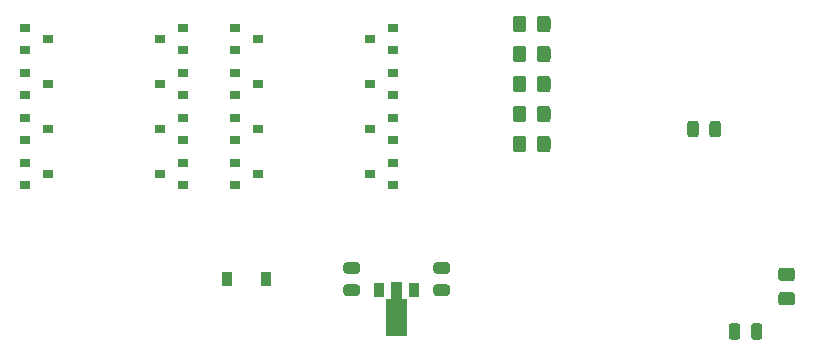
<source format=gbr>
%TF.GenerationSoftware,KiCad,Pcbnew,(5.1.6-0-10_14)*%
%TF.CreationDate,2020-11-11T01:37:45-06:00*%
%TF.ProjectId,kbxLEDController-16ch,6b62784c-4544-4436-9f6e-74726f6c6c65,rev?*%
%TF.SameCoordinates,Original*%
%TF.FileFunction,Paste,Bot*%
%TF.FilePolarity,Positive*%
%FSLAX46Y46*%
G04 Gerber Fmt 4.6, Leading zero omitted, Abs format (unit mm)*
G04 Created by KiCad (PCBNEW (5.1.6-0-10_14)) date 2020-11-11 01:37:45*
%MOMM*%
%LPD*%
G01*
G04 APERTURE LIST*
%ADD10C,0.100000*%
%ADD11R,0.900000X1.300000*%
%ADD12R,0.900000X0.800000*%
%ADD13R,0.900000X1.200000*%
G04 APERTURE END LIST*
D10*
%TO.C,U2*%
G36*
X129308500Y-104535000D02*
G01*
X129308500Y-101410000D01*
X129725000Y-101410000D01*
X129725000Y-99935000D01*
X130625000Y-99935000D01*
X130625000Y-101410000D01*
X131041500Y-101410000D01*
X131041500Y-104535000D01*
X129308500Y-104535000D01*
G37*
D11*
X131675000Y-100585000D03*
X128675000Y-100585000D03*
%TD*%
%TO.C,C8*%
G36*
G01*
X159267500Y-103683750D02*
X159267500Y-104596250D01*
G75*
G02*
X159023750Y-104840000I-243750J0D01*
G01*
X158536250Y-104840000D01*
G75*
G02*
X158292500Y-104596250I0J243750D01*
G01*
X158292500Y-103683750D01*
G75*
G02*
X158536250Y-103440000I243750J0D01*
G01*
X159023750Y-103440000D01*
G75*
G02*
X159267500Y-103683750I0J-243750D01*
G01*
G37*
G36*
G01*
X161142500Y-103683750D02*
X161142500Y-104596250D01*
G75*
G02*
X160898750Y-104840000I-243750J0D01*
G01*
X160411250Y-104840000D01*
G75*
G02*
X160167500Y-104596250I0J243750D01*
G01*
X160167500Y-103683750D01*
G75*
G02*
X160411250Y-103440000I243750J0D01*
G01*
X160898750Y-103440000D01*
G75*
G02*
X161142500Y-103683750I0J-243750D01*
G01*
G37*
%TD*%
%TO.C,R5*%
G36*
G01*
X163645001Y-101930000D02*
X162744999Y-101930000D01*
G75*
G02*
X162495000Y-101680001I0J249999D01*
G01*
X162495000Y-101029999D01*
G75*
G02*
X162744999Y-100780000I249999J0D01*
G01*
X163645001Y-100780000D01*
G75*
G02*
X163895000Y-101029999I0J-249999D01*
G01*
X163895000Y-101680001D01*
G75*
G02*
X163645001Y-101930000I-249999J0D01*
G01*
G37*
G36*
G01*
X163645001Y-99880000D02*
X162744999Y-99880000D01*
G75*
G02*
X162495000Y-99630001I0J249999D01*
G01*
X162495000Y-98979999D01*
G75*
G02*
X162744999Y-98730000I249999J0D01*
G01*
X163645001Y-98730000D01*
G75*
G02*
X163895000Y-98979999I0J-249999D01*
G01*
X163895000Y-99630001D01*
G75*
G02*
X163645001Y-99880000I-249999J0D01*
G01*
G37*
%TD*%
%TO.C,R9*%
G36*
G01*
X142055000Y-83635001D02*
X142055000Y-82734999D01*
G75*
G02*
X142304999Y-82485000I249999J0D01*
G01*
X142955001Y-82485000D01*
G75*
G02*
X143205000Y-82734999I0J-249999D01*
G01*
X143205000Y-83635001D01*
G75*
G02*
X142955001Y-83885000I-249999J0D01*
G01*
X142304999Y-83885000D01*
G75*
G02*
X142055000Y-83635001I0J249999D01*
G01*
G37*
G36*
G01*
X140005000Y-83635001D02*
X140005000Y-82734999D01*
G75*
G02*
X140254999Y-82485000I249999J0D01*
G01*
X140905001Y-82485000D01*
G75*
G02*
X141155000Y-82734999I0J-249999D01*
G01*
X141155000Y-83635001D01*
G75*
G02*
X140905001Y-83885000I-249999J0D01*
G01*
X140254999Y-83885000D01*
G75*
G02*
X140005000Y-83635001I0J249999D01*
G01*
G37*
%TD*%
%TO.C,R8*%
G36*
G01*
X142055000Y-81095001D02*
X142055000Y-80194999D01*
G75*
G02*
X142304999Y-79945000I249999J0D01*
G01*
X142955001Y-79945000D01*
G75*
G02*
X143205000Y-80194999I0J-249999D01*
G01*
X143205000Y-81095001D01*
G75*
G02*
X142955001Y-81345000I-249999J0D01*
G01*
X142304999Y-81345000D01*
G75*
G02*
X142055000Y-81095001I0J249999D01*
G01*
G37*
G36*
G01*
X140005000Y-81095001D02*
X140005000Y-80194999D01*
G75*
G02*
X140254999Y-79945000I249999J0D01*
G01*
X140905001Y-79945000D01*
G75*
G02*
X141155000Y-80194999I0J-249999D01*
G01*
X141155000Y-81095001D01*
G75*
G02*
X140905001Y-81345000I-249999J0D01*
G01*
X140254999Y-81345000D01*
G75*
G02*
X140005000Y-81095001I0J249999D01*
G01*
G37*
%TD*%
%TO.C,R7*%
G36*
G01*
X142055000Y-88715001D02*
X142055000Y-87814999D01*
G75*
G02*
X142304999Y-87565000I249999J0D01*
G01*
X142955001Y-87565000D01*
G75*
G02*
X143205000Y-87814999I0J-249999D01*
G01*
X143205000Y-88715001D01*
G75*
G02*
X142955001Y-88965000I-249999J0D01*
G01*
X142304999Y-88965000D01*
G75*
G02*
X142055000Y-88715001I0J249999D01*
G01*
G37*
G36*
G01*
X140005000Y-88715001D02*
X140005000Y-87814999D01*
G75*
G02*
X140254999Y-87565000I249999J0D01*
G01*
X140905001Y-87565000D01*
G75*
G02*
X141155000Y-87814999I0J-249999D01*
G01*
X141155000Y-88715001D01*
G75*
G02*
X140905001Y-88965000I-249999J0D01*
G01*
X140254999Y-88965000D01*
G75*
G02*
X140005000Y-88715001I0J249999D01*
G01*
G37*
%TD*%
%TO.C,R6*%
G36*
G01*
X142055000Y-86175001D02*
X142055000Y-85274999D01*
G75*
G02*
X142304999Y-85025000I249999J0D01*
G01*
X142955001Y-85025000D01*
G75*
G02*
X143205000Y-85274999I0J-249999D01*
G01*
X143205000Y-86175001D01*
G75*
G02*
X142955001Y-86425000I-249999J0D01*
G01*
X142304999Y-86425000D01*
G75*
G02*
X142055000Y-86175001I0J249999D01*
G01*
G37*
G36*
G01*
X140005000Y-86175001D02*
X140005000Y-85274999D01*
G75*
G02*
X140254999Y-85025000I249999J0D01*
G01*
X140905001Y-85025000D01*
G75*
G02*
X141155000Y-85274999I0J-249999D01*
G01*
X141155000Y-86175001D01*
G75*
G02*
X140905001Y-86425000I-249999J0D01*
G01*
X140254999Y-86425000D01*
G75*
G02*
X140005000Y-86175001I0J249999D01*
G01*
G37*
%TD*%
%TO.C,R4*%
G36*
G01*
X142055000Y-78555001D02*
X142055000Y-77654999D01*
G75*
G02*
X142304999Y-77405000I249999J0D01*
G01*
X142955001Y-77405000D01*
G75*
G02*
X143205000Y-77654999I0J-249999D01*
G01*
X143205000Y-78555001D01*
G75*
G02*
X142955001Y-78805000I-249999J0D01*
G01*
X142304999Y-78805000D01*
G75*
G02*
X142055000Y-78555001I0J249999D01*
G01*
G37*
G36*
G01*
X140005000Y-78555001D02*
X140005000Y-77654999D01*
G75*
G02*
X140254999Y-77405000I249999J0D01*
G01*
X140905001Y-77405000D01*
G75*
G02*
X141155000Y-77654999I0J-249999D01*
G01*
X141155000Y-78555001D01*
G75*
G02*
X140905001Y-78805000I-249999J0D01*
G01*
X140254999Y-78805000D01*
G75*
G02*
X140005000Y-78555001I0J249999D01*
G01*
G37*
%TD*%
D12*
%TO.C,Q16*%
X129905000Y-78425000D03*
X129905000Y-80325000D03*
X127905000Y-79375000D03*
%TD*%
%TO.C,Q12*%
X116475000Y-80325000D03*
X116475000Y-78425000D03*
X118475000Y-79375000D03*
%TD*%
%TO.C,Q8*%
X110125000Y-79375000D03*
X112125000Y-80325000D03*
X112125000Y-78425000D03*
%TD*%
%TO.C,Q4*%
X100695000Y-79375000D03*
X98695000Y-78425000D03*
X98695000Y-80325000D03*
%TD*%
%TO.C,Q15*%
X129905000Y-82235000D03*
X129905000Y-84135000D03*
X127905000Y-83185000D03*
%TD*%
%TO.C,Q11*%
X116475000Y-84135000D03*
X116475000Y-82235000D03*
X118475000Y-83185000D03*
%TD*%
%TO.C,Q7*%
X110125000Y-83185000D03*
X112125000Y-84135000D03*
X112125000Y-82235000D03*
%TD*%
%TO.C,Q3*%
X100695000Y-83185000D03*
X98695000Y-82235000D03*
X98695000Y-84135000D03*
%TD*%
%TO.C,Q14*%
X129905000Y-86045000D03*
X129905000Y-87945000D03*
X127905000Y-86995000D03*
%TD*%
%TO.C,Q10*%
X116475000Y-87945000D03*
X116475000Y-86045000D03*
X118475000Y-86995000D03*
%TD*%
%TO.C,Q6*%
X110125000Y-86995000D03*
X112125000Y-87945000D03*
X112125000Y-86045000D03*
%TD*%
%TO.C,Q2*%
X100695000Y-86995000D03*
X98695000Y-86045000D03*
X98695000Y-87945000D03*
%TD*%
%TO.C,Q13*%
X129905000Y-89855000D03*
X129905000Y-91755000D03*
X127905000Y-90805000D03*
%TD*%
%TO.C,Q9*%
X116475000Y-91755000D03*
X116475000Y-89855000D03*
X118475000Y-90805000D03*
%TD*%
%TO.C,Q5*%
X110125000Y-90805000D03*
X112125000Y-91755000D03*
X112125000Y-89855000D03*
%TD*%
%TO.C,Q1*%
X100695000Y-90805000D03*
X98695000Y-89855000D03*
X98695000Y-91755000D03*
%TD*%
D13*
%TO.C,D1*%
X115825000Y-99695000D03*
X119125000Y-99695000D03*
%TD*%
%TO.C,C5*%
G36*
G01*
X134441250Y-101120000D02*
X133528750Y-101120000D01*
G75*
G02*
X133285000Y-100876250I0J243750D01*
G01*
X133285000Y-100388750D01*
G75*
G02*
X133528750Y-100145000I243750J0D01*
G01*
X134441250Y-100145000D01*
G75*
G02*
X134685000Y-100388750I0J-243750D01*
G01*
X134685000Y-100876250D01*
G75*
G02*
X134441250Y-101120000I-243750J0D01*
G01*
G37*
G36*
G01*
X134441250Y-99245000D02*
X133528750Y-99245000D01*
G75*
G02*
X133285000Y-99001250I0J243750D01*
G01*
X133285000Y-98513750D01*
G75*
G02*
X133528750Y-98270000I243750J0D01*
G01*
X134441250Y-98270000D01*
G75*
G02*
X134685000Y-98513750I0J-243750D01*
G01*
X134685000Y-99001250D01*
G75*
G02*
X134441250Y-99245000I-243750J0D01*
G01*
G37*
%TD*%
%TO.C,C4*%
G36*
G01*
X126821250Y-101120000D02*
X125908750Y-101120000D01*
G75*
G02*
X125665000Y-100876250I0J243750D01*
G01*
X125665000Y-100388750D01*
G75*
G02*
X125908750Y-100145000I243750J0D01*
G01*
X126821250Y-100145000D01*
G75*
G02*
X127065000Y-100388750I0J-243750D01*
G01*
X127065000Y-100876250D01*
G75*
G02*
X126821250Y-101120000I-243750J0D01*
G01*
G37*
G36*
G01*
X126821250Y-99245000D02*
X125908750Y-99245000D01*
G75*
G02*
X125665000Y-99001250I0J243750D01*
G01*
X125665000Y-98513750D01*
G75*
G02*
X125908750Y-98270000I243750J0D01*
G01*
X126821250Y-98270000D01*
G75*
G02*
X127065000Y-98513750I0J-243750D01*
G01*
X127065000Y-99001250D01*
G75*
G02*
X126821250Y-99245000I-243750J0D01*
G01*
G37*
%TD*%
%TO.C,C7*%
G36*
G01*
X156660000Y-87451250D02*
X156660000Y-86538750D01*
G75*
G02*
X156903750Y-86295000I243750J0D01*
G01*
X157391250Y-86295000D01*
G75*
G02*
X157635000Y-86538750I0J-243750D01*
G01*
X157635000Y-87451250D01*
G75*
G02*
X157391250Y-87695000I-243750J0D01*
G01*
X156903750Y-87695000D01*
G75*
G02*
X156660000Y-87451250I0J243750D01*
G01*
G37*
G36*
G01*
X154785000Y-87451250D02*
X154785000Y-86538750D01*
G75*
G02*
X155028750Y-86295000I243750J0D01*
G01*
X155516250Y-86295000D01*
G75*
G02*
X155760000Y-86538750I0J-243750D01*
G01*
X155760000Y-87451250D01*
G75*
G02*
X155516250Y-87695000I-243750J0D01*
G01*
X155028750Y-87695000D01*
G75*
G02*
X154785000Y-87451250I0J243750D01*
G01*
G37*
%TD*%
M02*

</source>
